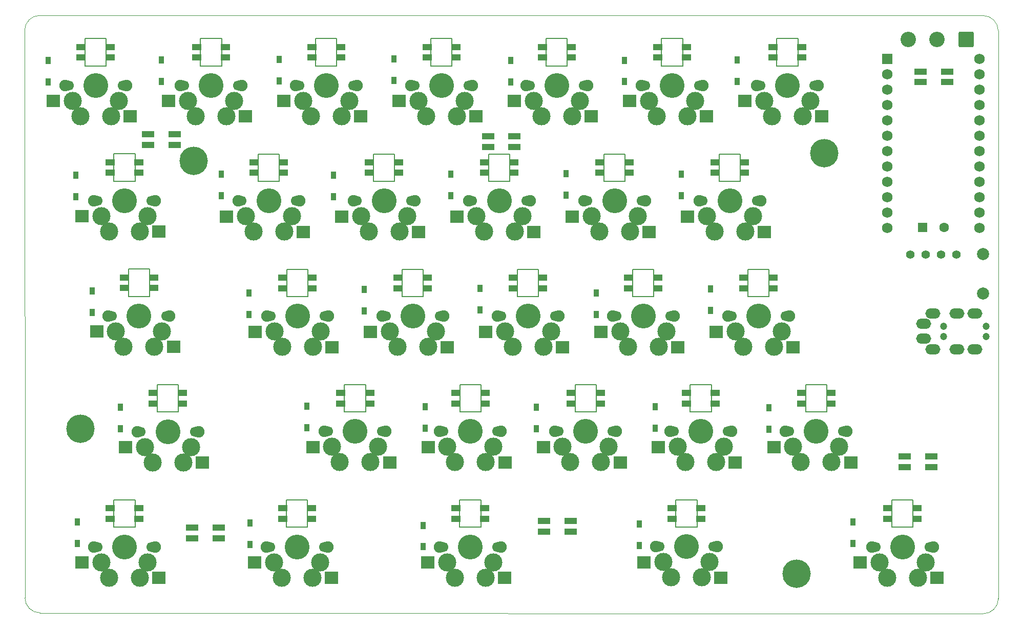
<source format=gts>
G04 #@! TF.GenerationSoftware,KiCad,Pcbnew,(6.0.7)*
G04 #@! TF.CreationDate,2022-08-10T12:46:35+00:00*
G04 #@! TF.ProjectId,zzsplit,7a7a7370-6c69-4742-9e6b-696361645f70,rev?*
G04 #@! TF.SameCoordinates,Original*
G04 #@! TF.FileFunction,Soldermask,Top*
G04 #@! TF.FilePolarity,Negative*
%FSLAX46Y46*%
G04 Gerber Fmt 4.6, Leading zero omitted, Abs format (unit mm)*
G04 Created by KiCad (PCBNEW (6.0.7)) date 2022-08-10 12:46:35*
%MOMM*%
%LPD*%
G01*
G04 APERTURE LIST*
G04 Aperture macros list*
%AMRoundRect*
0 Rectangle with rounded corners*
0 $1 Rounding radius*
0 $2 $3 $4 $5 $6 $7 $8 $9 X,Y pos of 4 corners*
0 Add a 4 corners polygon primitive as box body*
4,1,4,$2,$3,$4,$5,$6,$7,$8,$9,$2,$3,0*
0 Add four circle primitives for the rounded corners*
1,1,$1+$1,$2,$3*
1,1,$1+$1,$4,$5*
1,1,$1+$1,$6,$7*
1,1,$1+$1,$8,$9*
0 Add four rect primitives between the rounded corners*
20,1,$1+$1,$2,$3,$4,$5,0*
20,1,$1+$1,$4,$5,$6,$7,0*
20,1,$1+$1,$6,$7,$8,$9,0*
20,1,$1+$1,$8,$9,$2,$3,0*%
G04 Aperture macros list end*
G04 #@! TA.AperFunction,Profile*
%ADD10C,0.150000*%
G04 #@! TD*
G04 #@! TA.AperFunction,Profile*
%ADD11C,0.100000*%
G04 #@! TD*
%ADD12R,0.950000X1.300000*%
%ADD13R,2.000000X1.000000*%
%ADD14C,4.100000*%
%ADD15C,3.000000*%
%ADD16C,1.900000*%
%ADD17C,1.700000*%
%ADD18R,1.600000X1.000000*%
%ADD19R,2.300000X2.000000*%
%ADD20C,4.700000*%
%ADD21C,1.200000*%
%ADD22O,2.500000X1.700000*%
%ADD23RoundRect,0.250000X-0.550000X-0.550000X0.550000X-0.550000X0.550000X0.550000X-0.550000X0.550000X0*%
%ADD24C,1.600000*%
%ADD25R,1.752600X1.752600*%
%ADD26C,1.752600*%
%ADD27RoundRect,0.249999X1.025001X1.025001X-1.025001X1.025001X-1.025001X-1.025001X1.025001X-1.025001X0*%
%ADD28C,2.550000*%
%ADD29C,1.397000*%
%ADD30C,2.000000*%
G04 APERTURE END LIST*
D10*
X65690000Y-47300000D02*
X69190000Y-47300000D01*
X69190000Y-51800000D02*
X65690000Y-51800000D01*
X65690000Y-51800000D02*
X65690000Y-47300000D01*
X69190000Y-47300000D02*
X69190000Y-51800000D01*
X84750000Y-47300000D02*
X88250000Y-47300000D01*
X88250000Y-51800000D02*
X84750000Y-51800000D01*
X84750000Y-51800000D02*
X84750000Y-47300000D01*
X88250000Y-47300000D02*
X88250000Y-51800000D01*
X94290000Y-66360000D02*
X97790000Y-66360000D01*
X97790000Y-70860000D02*
X94290000Y-70860000D01*
X94290000Y-70860000D02*
X94290000Y-66360000D01*
X97790000Y-66360000D02*
X97790000Y-70860000D01*
X70450000Y-66350000D02*
X73950000Y-66350000D01*
X73950000Y-70850000D02*
X70450000Y-70850000D01*
X70450000Y-70850000D02*
X70450000Y-66350000D01*
X73950000Y-66350000D02*
X73950000Y-70850000D01*
X72850000Y-85400000D02*
X76350000Y-85400000D01*
X76350000Y-89900000D02*
X72850000Y-89900000D01*
X72850000Y-89900000D02*
X72850000Y-85400000D01*
X76350000Y-85400000D02*
X76350000Y-89900000D01*
X99050000Y-85430000D02*
X102550000Y-85430000D01*
X102550000Y-89930000D02*
X99050000Y-89930000D01*
X99050000Y-89930000D02*
X99050000Y-85430000D01*
X102550000Y-85430000D02*
X102550000Y-89930000D01*
X77610000Y-104520000D02*
X81110000Y-104520000D01*
X81110000Y-109020000D02*
X77610000Y-109020000D01*
X77610000Y-109020000D02*
X77610000Y-104520000D01*
X81110000Y-104520000D02*
X81110000Y-109020000D01*
X70460000Y-123570000D02*
X73960000Y-123570000D01*
X73960000Y-128070000D02*
X70460000Y-128070000D01*
X70460000Y-128070000D02*
X70460000Y-123570000D01*
X73960000Y-123570000D02*
X73960000Y-128070000D01*
X108560000Y-104500000D02*
X112060000Y-104500000D01*
X112060000Y-109000000D02*
X108560000Y-109000000D01*
X108560000Y-109000000D02*
X108560000Y-104500000D01*
X112060000Y-104500000D02*
X112060000Y-109000000D01*
X98960000Y-123560000D02*
X102460000Y-123560000D01*
X102460000Y-128060000D02*
X98960000Y-128060000D01*
X98960000Y-128060000D02*
X98960000Y-123560000D01*
X102460000Y-123560000D02*
X102460000Y-128060000D01*
X127610000Y-123550000D02*
X131110000Y-123550000D01*
X131110000Y-128050000D02*
X127610000Y-128050000D01*
X127610000Y-128050000D02*
X127610000Y-123550000D01*
X131110000Y-123550000D02*
X131110000Y-128050000D01*
X127620000Y-104490000D02*
X131120000Y-104490000D01*
X131120000Y-108990000D02*
X127620000Y-108990000D01*
X127620000Y-108990000D02*
X127620000Y-104490000D01*
X131120000Y-104490000D02*
X131120000Y-108990000D01*
X118100000Y-85430000D02*
X121600000Y-85430000D01*
X121600000Y-89930000D02*
X118100000Y-89930000D01*
X118100000Y-89930000D02*
X118100000Y-85430000D01*
X121600000Y-85430000D02*
X121600000Y-89930000D01*
X113330000Y-66360000D02*
X116830000Y-66360000D01*
X116830000Y-70860000D02*
X113330000Y-70860000D01*
X113330000Y-70860000D02*
X113330000Y-66360000D01*
X116830000Y-66360000D02*
X116830000Y-70860000D01*
X103790000Y-47300000D02*
X107290000Y-47300000D01*
X107290000Y-51800000D02*
X103790000Y-51800000D01*
X103790000Y-51800000D02*
X103790000Y-47300000D01*
X107290000Y-47300000D02*
X107290000Y-51800000D01*
X122840000Y-47300000D02*
X126340000Y-47300000D01*
X126340000Y-51800000D02*
X122840000Y-51800000D01*
X122840000Y-51800000D02*
X122840000Y-47300000D01*
X126340000Y-47300000D02*
X126340000Y-51800000D01*
X141890000Y-47300000D02*
X145390000Y-47300000D01*
X145390000Y-51800000D02*
X141890000Y-51800000D01*
X141890000Y-51800000D02*
X141890000Y-47300000D01*
X145390000Y-47300000D02*
X145390000Y-51800000D01*
X132390000Y-66360000D02*
X135890000Y-66360000D01*
X135890000Y-70860000D02*
X132390000Y-70860000D01*
X132390000Y-70860000D02*
X132390000Y-66360000D01*
X135890000Y-66360000D02*
X135890000Y-70860000D01*
X137150000Y-85420000D02*
X140650000Y-85420000D01*
X140650000Y-89920000D02*
X137150000Y-89920000D01*
X137150000Y-89920000D02*
X137150000Y-85420000D01*
X140650000Y-85420000D02*
X140650000Y-89920000D01*
X146670000Y-104490000D02*
X150170000Y-104490000D01*
X150170000Y-108990000D02*
X146670000Y-108990000D01*
X146670000Y-108990000D02*
X146670000Y-104490000D01*
X150170000Y-104490000D02*
X150170000Y-108990000D01*
X160950000Y-47300000D02*
X164450000Y-47300000D01*
X164450000Y-51800000D02*
X160950000Y-51800000D01*
X160950000Y-51800000D02*
X160950000Y-47300000D01*
X164450000Y-47300000D02*
X164450000Y-51800000D01*
X151440000Y-66360000D02*
X154940000Y-66360000D01*
X154940000Y-70860000D02*
X151440000Y-70860000D01*
X151440000Y-70860000D02*
X151440000Y-66360000D01*
X154940000Y-66360000D02*
X154940000Y-70860000D01*
X156200000Y-85420000D02*
X159700000Y-85420000D01*
X159700000Y-89920000D02*
X156200000Y-89920000D01*
X156200000Y-89920000D02*
X156200000Y-85420000D01*
X159700000Y-85420000D02*
X159700000Y-89920000D01*
X165700000Y-104480000D02*
X169200000Y-104480000D01*
X169200000Y-108980000D02*
X165700000Y-108980000D01*
X165700000Y-108980000D02*
X165700000Y-104480000D01*
X169200000Y-104480000D02*
X169200000Y-108980000D01*
X163330000Y-123540000D02*
X166830000Y-123540000D01*
X166830000Y-128040000D02*
X163330000Y-128040000D01*
X163330000Y-128040000D02*
X163330000Y-123540000D01*
X166830000Y-123540000D02*
X166830000Y-128040000D01*
X199040000Y-123550000D02*
X202540000Y-123550000D01*
X202540000Y-128050000D02*
X199040000Y-128050000D01*
X199040000Y-128050000D02*
X199040000Y-123550000D01*
X202540000Y-123550000D02*
X202540000Y-128050000D01*
X184770000Y-104490000D02*
X188270000Y-104490000D01*
X188270000Y-108990000D02*
X184770000Y-108990000D01*
X184770000Y-108990000D02*
X184770000Y-104490000D01*
X188270000Y-104490000D02*
X188270000Y-108990000D01*
X180000000Y-47300000D02*
X183500000Y-47300000D01*
X183500000Y-51800000D02*
X180000000Y-51800000D01*
X180000000Y-51800000D02*
X180000000Y-47300000D01*
X183500000Y-47300000D02*
X183500000Y-51800000D01*
X170490000Y-66360000D02*
X173990000Y-66360000D01*
X173990000Y-70860000D02*
X170490000Y-70860000D01*
X170490000Y-70860000D02*
X170490000Y-66360000D01*
X173990000Y-66360000D02*
X173990000Y-70860000D01*
X175250000Y-85430000D02*
X178750000Y-85430000D01*
X178750000Y-89930000D02*
X175250000Y-89930000D01*
X175250000Y-89930000D02*
X175250000Y-85430000D01*
X178750000Y-85430000D02*
X178750000Y-89930000D01*
D11*
X58200000Y-43460000D02*
X214110000Y-43490001D01*
X55740000Y-139720000D02*
G75*
G03*
X58240000Y-142220000I2500000J0D01*
G01*
X216600019Y-45990000D02*
X216630000Y-139850000D01*
X214109920Y-142359980D02*
X58240000Y-142220000D01*
X55700000Y-45960000D02*
X55740000Y-139720000D01*
X214109920Y-142359980D02*
G75*
G03*
X216630000Y-139850000I10080J2509980D01*
G01*
X216600019Y-45990000D02*
G75*
G03*
X214110000Y-43490001I-2500019J0D01*
G01*
X58200000Y-43460000D02*
G75*
G03*
X55700000Y-45960000I0J-2500000D01*
G01*
D12*
X157270000Y-131055000D03*
X157270000Y-127505000D03*
D13*
X132270000Y-63465000D03*
X132270000Y-65215000D03*
X136670000Y-65215000D03*
X136670000Y-63465000D03*
D14*
X74600000Y-93150001D03*
D15*
X77140000Y-98230001D03*
D16*
X69520000Y-93150001D03*
D15*
X78410000Y-95690001D03*
X70790000Y-95690002D03*
D17*
X79100000Y-93150001D03*
D15*
X72060000Y-98230001D03*
D17*
X70100000Y-93150001D03*
D16*
X79680000Y-93150001D03*
D18*
X77000000Y-86775001D03*
X77000000Y-88525001D03*
X72200000Y-88525001D03*
X72200000Y-86775001D03*
D19*
X67600000Y-95730001D03*
X80300000Y-98270001D03*
D15*
X189060000Y-117320000D03*
D17*
X191020000Y-112240000D03*
X182020000Y-112240000D03*
D15*
X183980000Y-117320000D03*
D14*
X186520000Y-112240000D03*
D16*
X181440000Y-112240000D03*
D15*
X190330000Y-114780000D03*
X182710000Y-114780001D03*
D16*
X191600000Y-112240000D03*
D18*
X188920000Y-105865000D03*
X188920000Y-107615000D03*
X184120000Y-107615000D03*
X184120000Y-105865000D03*
D19*
X179520000Y-114820000D03*
X192220000Y-117360000D03*
D16*
X139220000Y-74110000D03*
D15*
X137950000Y-76650000D03*
D17*
X138640000Y-74110000D03*
D16*
X129060000Y-74110000D03*
D15*
X130330000Y-76650001D03*
D17*
X129640000Y-74110000D03*
D15*
X131600000Y-79190000D03*
X136680000Y-79190000D03*
D14*
X134140000Y-74110000D03*
D18*
X136540000Y-67735000D03*
X136540000Y-69485000D03*
X131740000Y-69485000D03*
X131740000Y-67735000D03*
D19*
X127140000Y-76690000D03*
X139840000Y-79230000D03*
D12*
X121860000Y-111725000D03*
X121860000Y-108175000D03*
D20*
X187880000Y-66240000D03*
D14*
X157950000Y-93180000D03*
D15*
X160490000Y-98260000D03*
X155410000Y-98260000D03*
X154140000Y-95720001D03*
D17*
X153450000Y-93180000D03*
D15*
X161760000Y-95720000D03*
D16*
X163030000Y-93180000D03*
D17*
X162450000Y-93180000D03*
D16*
X152870000Y-93180000D03*
D18*
X160350000Y-86805000D03*
X160350000Y-88555000D03*
X155550000Y-88555000D03*
X155550000Y-86805000D03*
D19*
X150950000Y-95760000D03*
X163650000Y-98300000D03*
D13*
X141532100Y-127055000D03*
X141532100Y-128805000D03*
X145932100Y-128805000D03*
X145932100Y-127055000D03*
D12*
X97780000Y-54300000D03*
X97780000Y-50750000D03*
X92760000Y-92870000D03*
X92760000Y-89320000D03*
X126150000Y-73250000D03*
X126150000Y-69700000D03*
X136000000Y-54435000D03*
X136000000Y-50885000D03*
X92950000Y-130885000D03*
X92950000Y-127335000D03*
D15*
X198250000Y-136380000D03*
D17*
X196290000Y-131300000D03*
D14*
X200790000Y-131300000D03*
D15*
X196980000Y-133840001D03*
X203330000Y-136380000D03*
D16*
X195710000Y-131300000D03*
D15*
X204600000Y-133840000D03*
D16*
X205870000Y-131300000D03*
D17*
X205290000Y-131300000D03*
D18*
X203190000Y-124925000D03*
X203190000Y-126675000D03*
X198390000Y-126675000D03*
X198390000Y-124925000D03*
D19*
X193790000Y-133880000D03*
X206490000Y-136420000D03*
D12*
X88200000Y-73290000D03*
X88200000Y-69740000D03*
D15*
X169990000Y-117310000D03*
D16*
X162370000Y-112230000D03*
D15*
X163640000Y-114770001D03*
D16*
X172530000Y-112230000D03*
D15*
X171260000Y-114770000D03*
D17*
X162950000Y-112230000D03*
X171950000Y-112230000D03*
D14*
X167450000Y-112230000D03*
D15*
X164910000Y-117310000D03*
D18*
X169850000Y-105855000D03*
X169850000Y-107605000D03*
X165050000Y-107605000D03*
X165050000Y-105855000D03*
D19*
X160450000Y-114810000D03*
X173150000Y-117350000D03*
D17*
X71940000Y-55050000D03*
D15*
X71250000Y-57590000D03*
D14*
X67440000Y-55050000D03*
D15*
X69980000Y-60130000D03*
X63630000Y-57590001D03*
D16*
X62360000Y-55050000D03*
X72520000Y-55050000D03*
D15*
X64900000Y-60130000D03*
D17*
X62940000Y-55050000D03*
D18*
X69840000Y-48675000D03*
X69840000Y-50425000D03*
X65040000Y-50425000D03*
X65040000Y-48675000D03*
D19*
X60440000Y-57630000D03*
X73140000Y-60170000D03*
D12*
X140310000Y-111765000D03*
X140310000Y-108215000D03*
X169070000Y-92185000D03*
X169070000Y-88635000D03*
X130950000Y-92145000D03*
X130950000Y-88595000D03*
D13*
X203780000Y-52745000D03*
X203780000Y-54495000D03*
X208180000Y-54495000D03*
X208180000Y-52745000D03*
D12*
X173440000Y-54360000D03*
X173440000Y-50810000D03*
X102330000Y-111600000D03*
X102330000Y-108050000D03*
X192570000Y-130755000D03*
X192570000Y-127205000D03*
X164200000Y-73220000D03*
X164200000Y-69670000D03*
D20*
X83660000Y-67470000D03*
D14*
X181745000Y-55050000D03*
D15*
X179205000Y-60130000D03*
D17*
X186245000Y-55050000D03*
D15*
X185555000Y-57590000D03*
D16*
X186825000Y-55050000D03*
X176665000Y-55050000D03*
D15*
X184285000Y-60130000D03*
D17*
X177245000Y-55050000D03*
D15*
X177935000Y-57590001D03*
D18*
X184145000Y-48675000D03*
X184145000Y-50425000D03*
X179345000Y-50425000D03*
X179345000Y-48675000D03*
D19*
X174745000Y-57630000D03*
X187445000Y-60170000D03*
D12*
X159950000Y-111695000D03*
X159950000Y-108145000D03*
D20*
X183270000Y-135710000D03*
D12*
X106780000Y-73420000D03*
X106780000Y-69870000D03*
D17*
X181500000Y-93180000D03*
D15*
X174460000Y-98260000D03*
X173190000Y-95720001D03*
D14*
X177000000Y-93180000D03*
D15*
X179540000Y-98260000D03*
D16*
X182080000Y-93180000D03*
D15*
X180810000Y-95720000D03*
D17*
X172500000Y-93180000D03*
D16*
X171920000Y-93180000D03*
D18*
X179400000Y-86805000D03*
X179400000Y-88555000D03*
X174600000Y-88555000D03*
X174600000Y-86805000D03*
D19*
X170000000Y-95760000D03*
X182700000Y-98300000D03*
D20*
X64880000Y-111770000D03*
D17*
X160580000Y-131290000D03*
D14*
X165080000Y-131290000D03*
D16*
X160000000Y-131290000D03*
D15*
X162540000Y-136370000D03*
D16*
X170160000Y-131290000D03*
D17*
X169580000Y-131290000D03*
D15*
X167620000Y-136370000D03*
X161270000Y-133830001D03*
X168890000Y-133830000D03*
D18*
X167480000Y-124915000D03*
X167480000Y-126665000D03*
X162680000Y-126665000D03*
X162680000Y-124915000D03*
D19*
X158080000Y-133870000D03*
X170780000Y-136410000D03*
D12*
X66870000Y-92595000D03*
X66870000Y-89045000D03*
D16*
X158270000Y-74110000D03*
D15*
X155730000Y-79190000D03*
D17*
X148690000Y-74110000D03*
D15*
X149380000Y-76650001D03*
D16*
X148110000Y-74110000D03*
D14*
X153190000Y-74110000D03*
D15*
X150650000Y-79190000D03*
X157000000Y-76650000D03*
D17*
X157690000Y-74110000D03*
D18*
X155590000Y-67735000D03*
X155590000Y-69485000D03*
X150790000Y-69485000D03*
X150790000Y-67735000D03*
D19*
X146190000Y-76690000D03*
X158890000Y-79230000D03*
D17*
X176740000Y-74110000D03*
D15*
X168430000Y-76650001D03*
X176050000Y-76650000D03*
X169700000Y-79190000D03*
X174780000Y-79190000D03*
D14*
X172240000Y-74110000D03*
D16*
X167160000Y-74110000D03*
D17*
X167740000Y-74110000D03*
D16*
X177320000Y-74110000D03*
D18*
X174640000Y-67735000D03*
X174640000Y-69485000D03*
X169840000Y-69485000D03*
X169840000Y-67735000D03*
D19*
X165240000Y-76690000D03*
X177940000Y-79230000D03*
D13*
X205540000Y-118125000D03*
X205540000Y-116375000D03*
X201140000Y-116375000D03*
X201140000Y-118125000D03*
D21*
X207585000Y-96565000D03*
X214585000Y-94815000D03*
X207585000Y-94815000D03*
X214585000Y-96565000D03*
D22*
X205785000Y-98665000D03*
X205785000Y-92715000D03*
X209785000Y-92715000D03*
X209785000Y-98665000D03*
X212785000Y-98665000D03*
X212785000Y-92715000D03*
X204285000Y-96915000D03*
X204285000Y-94465000D03*
D16*
X143980000Y-93180000D03*
D15*
X135090000Y-95720001D03*
D16*
X133820000Y-93180000D03*
D15*
X141440000Y-98260000D03*
D17*
X143400000Y-93180000D03*
D14*
X138900000Y-93180000D03*
D15*
X136360000Y-98260000D03*
D17*
X134400000Y-93180000D03*
D15*
X142710000Y-95720000D03*
D18*
X141300000Y-86805000D03*
X141300000Y-88555000D03*
X136500000Y-88555000D03*
X136500000Y-86805000D03*
D19*
X131900000Y-95760000D03*
X144600000Y-98300000D03*
D15*
X122055000Y-60130000D03*
X120785000Y-57590001D03*
D16*
X119515000Y-55050000D03*
D14*
X124595000Y-55050000D03*
D17*
X120095000Y-55050000D03*
D15*
X127135000Y-60130000D03*
D17*
X129095000Y-55050000D03*
D16*
X129675000Y-55050000D03*
D15*
X128405000Y-57590000D03*
D18*
X126995000Y-48675000D03*
X126995000Y-50425000D03*
X122195000Y-50425000D03*
X122195000Y-48675000D03*
D19*
X117595000Y-57630000D03*
X130295000Y-60170000D03*
D14*
X72200000Y-74090000D03*
D15*
X76010000Y-76630000D03*
D16*
X67120000Y-74090000D03*
D15*
X69660000Y-79170000D03*
X68390000Y-76630001D03*
D16*
X77280000Y-74090000D03*
D15*
X74740000Y-79170000D03*
D17*
X76700000Y-74090000D03*
X67700000Y-74090000D03*
D18*
X74600000Y-67715000D03*
X74600000Y-69465000D03*
X69800000Y-69465000D03*
X69800000Y-67715000D03*
D19*
X65200000Y-76670000D03*
X77900000Y-79210000D03*
D23*
X204075000Y-78545000D03*
D24*
X207675000Y-78545000D03*
D25*
X198255000Y-50686750D03*
D26*
X198255000Y-53226750D03*
X198255000Y-55766750D03*
X198255000Y-58306750D03*
X198255000Y-60846750D03*
X198255000Y-63386750D03*
X198255000Y-65926750D03*
X198255000Y-68466750D03*
X198255000Y-71006750D03*
X198255000Y-73546750D03*
X198255000Y-76086750D03*
X198255000Y-78626750D03*
X213495000Y-78626750D03*
X213495000Y-76086750D03*
X213495000Y-73546750D03*
X213495000Y-71006750D03*
X213495000Y-68466750D03*
X213495000Y-65926750D03*
X213495000Y-63386750D03*
X213495000Y-60846750D03*
X213495000Y-58306750D03*
X213495000Y-55766750D03*
X213495000Y-53226750D03*
X213495000Y-50686750D03*
D12*
X64180000Y-73445000D03*
X64180000Y-69895000D03*
D27*
X211310000Y-47430000D03*
D28*
X206510000Y-47430000D03*
X201710000Y-47430000D03*
D13*
X76122100Y-63095000D03*
X76122100Y-64845000D03*
X80522100Y-64845000D03*
X80522100Y-63095000D03*
D12*
X111820000Y-92315000D03*
X111820000Y-88765000D03*
X121590000Y-131295000D03*
X121590000Y-127745000D03*
D29*
X202065000Y-82990000D03*
X204605000Y-82990000D03*
X207145000Y-82990000D03*
X209685000Y-82990000D03*
D17*
X152920000Y-112240000D03*
D16*
X143340000Y-112240000D03*
D15*
X144610000Y-114780001D03*
X150960000Y-117320000D03*
D16*
X153500000Y-112240000D03*
D15*
X152230000Y-114780000D03*
D14*
X148420000Y-112240000D03*
D15*
X145880000Y-117320000D03*
D17*
X143920000Y-112240000D03*
D18*
X150820000Y-105865000D03*
X150820000Y-107615000D03*
X146020000Y-107615000D03*
X146020000Y-105865000D03*
D19*
X141420000Y-114820000D03*
X154120000Y-117360000D03*
D16*
X74280000Y-112270000D03*
X84440000Y-112270000D03*
D14*
X79360000Y-112270000D03*
D15*
X76820000Y-117350000D03*
X81900000Y-117350000D03*
D17*
X74860000Y-112270000D03*
D15*
X75550000Y-114810001D03*
X83170000Y-114810000D03*
D17*
X83860000Y-112270000D03*
D18*
X81760000Y-105895000D03*
X81760000Y-107645000D03*
X76960000Y-107645000D03*
X76960000Y-105895000D03*
D19*
X72360000Y-114850000D03*
X85060000Y-117390000D03*
D15*
X133180000Y-114780000D03*
D17*
X133870000Y-112240000D03*
D16*
X124290000Y-112240000D03*
D17*
X124870000Y-112240000D03*
D16*
X134450000Y-112240000D03*
D15*
X125560000Y-114780001D03*
X126830000Y-117320000D03*
D14*
X129370000Y-112240000D03*
D15*
X131910000Y-117320000D03*
D18*
X131770000Y-105865000D03*
X131770000Y-107615000D03*
X126970000Y-107615000D03*
X126970000Y-105865000D03*
D19*
X122370000Y-114820000D03*
X135070000Y-117360000D03*
D15*
X74750000Y-136400001D03*
D17*
X76710000Y-131320001D03*
D15*
X69670000Y-136400001D03*
X76020000Y-133860001D03*
D16*
X77290000Y-131320001D03*
X67130000Y-131320001D03*
D15*
X68400000Y-133860002D03*
D14*
X72210000Y-131320001D03*
D17*
X67710000Y-131320001D03*
D18*
X74610000Y-124945001D03*
X74610000Y-126695001D03*
X69810000Y-126695001D03*
X69810000Y-124945001D03*
D19*
X65210000Y-133900001D03*
X77910000Y-136440001D03*
D12*
X64410000Y-130765000D03*
X64410000Y-127215000D03*
D13*
X83362100Y-128125000D03*
X83362100Y-129875000D03*
X87762100Y-129875000D03*
X87762100Y-128125000D03*
D12*
X178740000Y-111865000D03*
X178740000Y-108315000D03*
X154850000Y-54415000D03*
X154850000Y-50865000D03*
X145170000Y-73190000D03*
X145170000Y-69640000D03*
D16*
X114770000Y-93180000D03*
D14*
X119850000Y-93180000D03*
D17*
X115350000Y-93180000D03*
X124350000Y-93180000D03*
D15*
X122390000Y-98260000D03*
X116040000Y-95720001D03*
D16*
X124930000Y-93180000D03*
D15*
X117310000Y-98260000D03*
X123660000Y-95720000D03*
D18*
X122250000Y-86805000D03*
X122250000Y-88555000D03*
X117450000Y-88555000D03*
X117450000Y-86805000D03*
D19*
X112850000Y-95760000D03*
X125550000Y-98300000D03*
D14*
X162695000Y-55050000D03*
D16*
X157615000Y-55050000D03*
D17*
X158195000Y-55050000D03*
D16*
X167775000Y-55050000D03*
D15*
X165235000Y-60130000D03*
X166505000Y-57590000D03*
X160155000Y-60130000D03*
D17*
X167195000Y-55050000D03*
D15*
X158885000Y-57590001D03*
D18*
X165095000Y-48675000D03*
X165095000Y-50425000D03*
X160295000Y-50425000D03*
X160295000Y-48675000D03*
D19*
X155695000Y-57630000D03*
X168395000Y-60170000D03*
D15*
X108085000Y-60130000D03*
D16*
X100465000Y-55050000D03*
D17*
X110045000Y-55050000D03*
D15*
X109355000Y-57590000D03*
X101735000Y-57590001D03*
D16*
X110625000Y-55050000D03*
D15*
X103005000Y-60130000D03*
D17*
X101045000Y-55050000D03*
D14*
X105545000Y-55050000D03*
D18*
X107945000Y-48675000D03*
X107945000Y-50425000D03*
X103145000Y-50425000D03*
X103145000Y-48675000D03*
D19*
X98545000Y-57630000D03*
X111245000Y-60170000D03*
D16*
X124280000Y-131300000D03*
D15*
X133170000Y-133840000D03*
X125550000Y-133840001D03*
D17*
X133860000Y-131300000D03*
D15*
X126820000Y-136380000D03*
D17*
X124860000Y-131300000D03*
D16*
X134440000Y-131300000D03*
D14*
X129360000Y-131300000D03*
D15*
X131900000Y-136380000D03*
D18*
X131760000Y-124925000D03*
X131760000Y-126675000D03*
X126960000Y-126675000D03*
X126960000Y-124925000D03*
D19*
X122360000Y-133880000D03*
X135060000Y-136420000D03*
D15*
X98580000Y-79190000D03*
X92230000Y-76650001D03*
X99850000Y-76650000D03*
X93500000Y-79190000D03*
D16*
X90960000Y-74110000D03*
D17*
X91540000Y-74110000D03*
D16*
X101120000Y-74110000D03*
D17*
X100540000Y-74110000D03*
D14*
X96040000Y-74110000D03*
D18*
X98440000Y-67735000D03*
X98440000Y-69485000D03*
X93640000Y-69485000D03*
X93640000Y-67735000D03*
D19*
X89040000Y-76690000D03*
X101740000Y-79230000D03*
D17*
X90995000Y-55050000D03*
D15*
X90305000Y-57590000D03*
X83955000Y-60130000D03*
X82685000Y-57590001D03*
D16*
X81415000Y-55050000D03*
D15*
X89035000Y-60130000D03*
D14*
X86495000Y-55050000D03*
D17*
X81995000Y-55050000D03*
D16*
X91575000Y-55050000D03*
D18*
X88895000Y-48675000D03*
X88895000Y-50425000D03*
X84095000Y-50425000D03*
X84095000Y-48675000D03*
D19*
X79495000Y-57630000D03*
X92195000Y-60170000D03*
D15*
X104530000Y-133850000D03*
D17*
X105220000Y-131310000D03*
D16*
X95640000Y-131310000D03*
D17*
X96220000Y-131310000D03*
D16*
X105800000Y-131310000D03*
D15*
X103260000Y-136390000D03*
D14*
X100720000Y-131310000D03*
D15*
X96910000Y-133850001D03*
X98180000Y-136390000D03*
D18*
X103120000Y-124935000D03*
X103120000Y-126685000D03*
X98320000Y-126685000D03*
X98320000Y-124935000D03*
D19*
X93720000Y-133890000D03*
X106420000Y-136430000D03*
D12*
X116770000Y-54180000D03*
X116770000Y-50630000D03*
X78280000Y-54350000D03*
X78280000Y-50800000D03*
X150210000Y-92895000D03*
X150210000Y-89345000D03*
D14*
X110320000Y-112240000D03*
D15*
X112860000Y-117320000D03*
X114130000Y-114780000D03*
D16*
X105240000Y-112240000D03*
D17*
X105820000Y-112240000D03*
D16*
X115400000Y-112240000D03*
D15*
X107780000Y-117320000D03*
X106510000Y-114780001D03*
D17*
X114820000Y-112240000D03*
D18*
X112720000Y-105865000D03*
X112720000Y-107615000D03*
X107920000Y-107615000D03*
X107920000Y-105865000D03*
D19*
X103320000Y-114820000D03*
X116020000Y-117360000D03*
D30*
X214130000Y-89415000D03*
X214130000Y-82915000D03*
D15*
X147455000Y-57590000D03*
D14*
X143645000Y-55050000D03*
D15*
X141105000Y-60130000D03*
D16*
X138565000Y-55050000D03*
X148725000Y-55050000D03*
D15*
X146185000Y-60130000D03*
D17*
X139145000Y-55050000D03*
D15*
X139835000Y-57590001D03*
D17*
X148145000Y-55050000D03*
D18*
X146045000Y-48675000D03*
X146045000Y-50425000D03*
X141245000Y-50425000D03*
X141245000Y-48675000D03*
D19*
X136645000Y-57630000D03*
X149345000Y-60170000D03*
D16*
X105880000Y-93180000D03*
D15*
X96990000Y-95720001D03*
D14*
X100800000Y-93180000D03*
D17*
X105300000Y-93180000D03*
X96300000Y-93180000D03*
D15*
X103340000Y-98260000D03*
D16*
X95720000Y-93180000D03*
D15*
X104610000Y-95720000D03*
X98260000Y-98260000D03*
D18*
X103200000Y-86805000D03*
X103200000Y-88555000D03*
X98400000Y-88555000D03*
X98400000Y-86805000D03*
D19*
X93800000Y-95760000D03*
X106500000Y-98300000D03*
D12*
X71480000Y-111740000D03*
X71480000Y-108190000D03*
X59570000Y-54490000D03*
X59570000Y-50940000D03*
D17*
X119590000Y-74110000D03*
D16*
X110010000Y-74110000D03*
X120170000Y-74110000D03*
D15*
X117630000Y-79190000D03*
D14*
X115090000Y-74110000D03*
D15*
X112550000Y-79190000D03*
X118900000Y-76650000D03*
D17*
X110590000Y-74110000D03*
D15*
X111280000Y-76650001D03*
D18*
X117490000Y-67735000D03*
X117490000Y-69485000D03*
X112690000Y-69485000D03*
X112690000Y-67735000D03*
D19*
X108090000Y-76690000D03*
X120790000Y-79230000D03*
M02*

</source>
